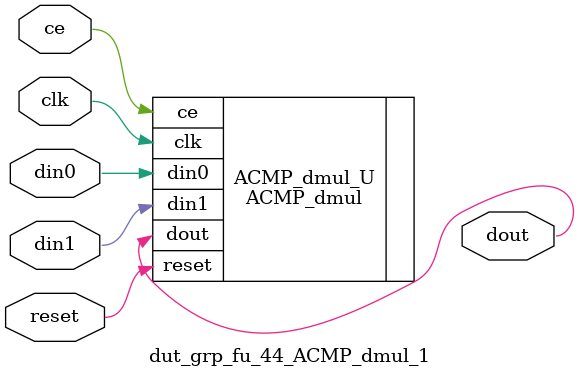
<source format=v>

`timescale 1 ns / 1 ps
module dut_grp_fu_44_ACMP_dmul_1(
    clk,
    reset,
    ce,
    din0,
    din1,
    dout);

parameter ID = 32'd1;
parameter NUM_STAGE = 32'd1;
parameter din0_WIDTH = 32'd1;
parameter din1_WIDTH = 32'd1;
parameter dout_WIDTH = 32'd1;
input clk;
input reset;
input ce;
input[din0_WIDTH - 1:0] din0;
input[din1_WIDTH - 1:0] din1;
output[dout_WIDTH - 1:0] dout;



ACMP_dmul #(
.ID( ID ),
.NUM_STAGE( 6 ),
.din0_WIDTH( din0_WIDTH ),
.din1_WIDTH( din1_WIDTH ),
.dout_WIDTH( dout_WIDTH ))
ACMP_dmul_U(
    .clk( clk ),
    .reset( reset ),
    .ce( ce ),
    .din0( din0 ),
    .din1( din1 ),
    .dout( dout ));

endmodule

</source>
